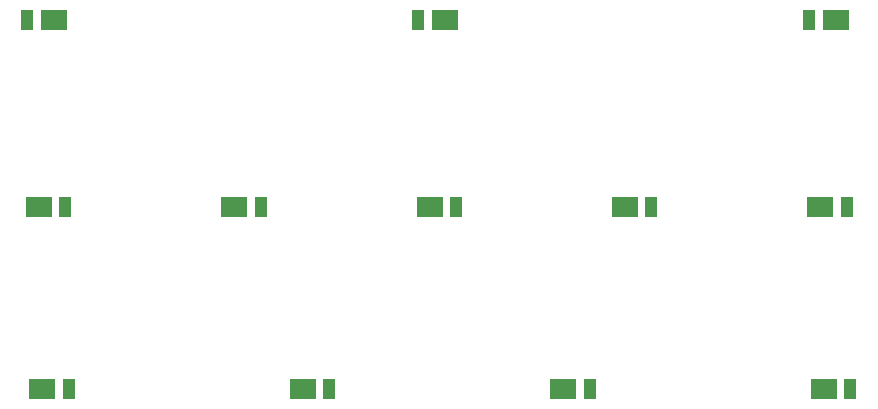
<source format=gtp>
G04*
G04 #@! TF.GenerationSoftware,Altium Limited,Altium Designer,25.3.3 (18)*
G04*
G04 Layer_Color=8421504*
%FSLAX44Y44*%
%MOMM*%
G71*
G04*
G04 #@! TF.SameCoordinates,1FD36998-6F79-4F76-A579-B8A6C8C858E4*
G04*
G04*
G04 #@! TF.FilePolarity,Positive*
G04*
G01*
G75*
%ADD13R,1.1000X1.8000*%
%ADD14R,2.2000X1.8000*%
D13*
X150646Y395000D02*
D03*
X812466D02*
D03*
X182580Y237160D02*
D03*
X185580Y83060D02*
D03*
X348035Y237160D02*
D03*
X406187Y83060D02*
D03*
X481556Y395000D02*
D03*
X513490Y237160D02*
D03*
X626793Y83060D02*
D03*
X678945Y237160D02*
D03*
X844400D02*
D03*
X847400Y83060D02*
D03*
D14*
X173046Y395000D02*
D03*
X834866D02*
D03*
X160180Y237160D02*
D03*
X163180Y83060D02*
D03*
X325635Y237160D02*
D03*
X383787Y83060D02*
D03*
X503956Y395000D02*
D03*
X491090Y237160D02*
D03*
X604393Y83060D02*
D03*
X656545Y237160D02*
D03*
X822000D02*
D03*
X825000Y83060D02*
D03*
M02*

</source>
